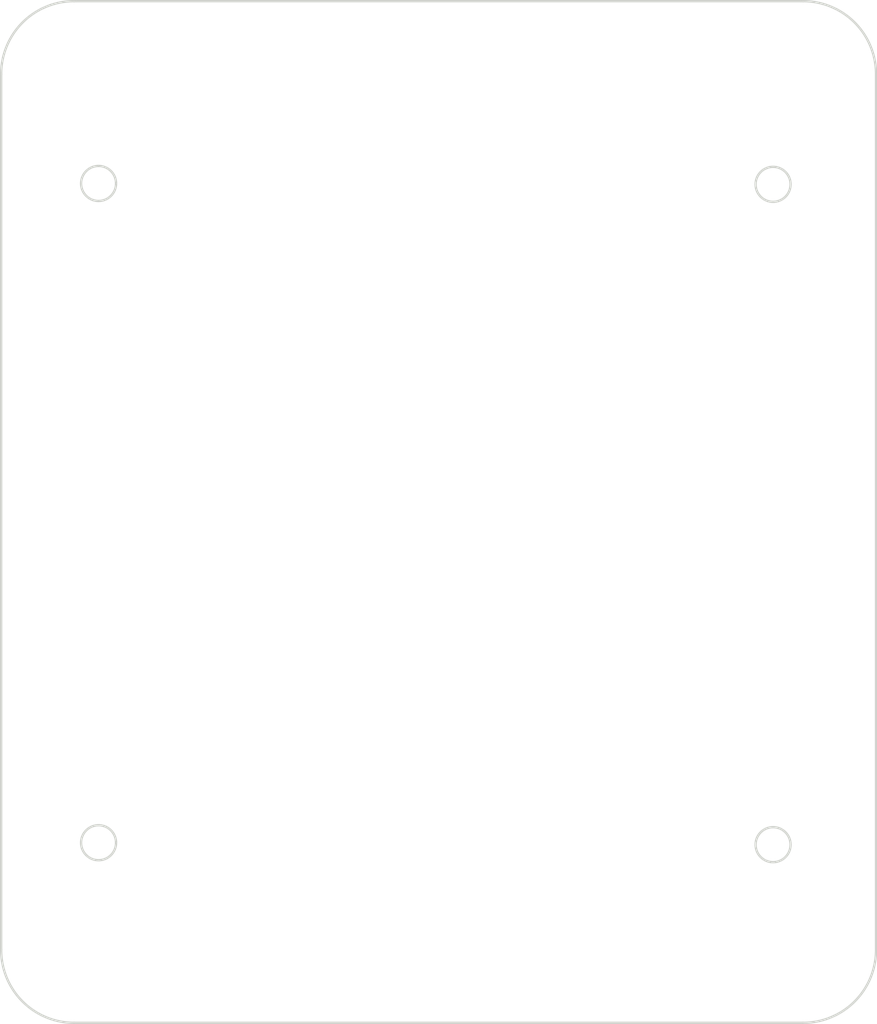
<source format=kicad_pcb>
(kicad_pcb (version 20211014) (generator pcbnew)

  (general
    (thickness 1.6)
  )

  (paper "A4")
  (layers
    (0 "F.Cu" signal)
    (31 "B.Cu" signal)
    (32 "B.Adhes" user "B.Adhesive")
    (33 "F.Adhes" user "F.Adhesive")
    (34 "B.Paste" user)
    (35 "F.Paste" user)
    (36 "B.SilkS" user "B.Silkscreen")
    (37 "F.SilkS" user "F.Silkscreen")
    (38 "B.Mask" user)
    (39 "F.Mask" user)
    (40 "Dwgs.User" user "User.Drawings")
    (41 "Cmts.User" user "User.Comments")
    (42 "Eco1.User" user "User.Eco1")
    (43 "Eco2.User" user "User.Eco2")
    (44 "Edge.Cuts" user)
    (45 "Margin" user)
    (46 "B.CrtYd" user "B.Courtyard")
    (47 "F.CrtYd" user "F.Courtyard")
    (48 "B.Fab" user)
    (49 "F.Fab" user)
    (50 "User.1" user)
    (51 "User.2" user)
    (52 "User.3" user)
    (53 "User.4" user)
    (54 "User.5" user)
    (55 "User.6" user)
    (56 "User.7" user)
    (57 "User.8" user)
    (58 "User.9" user)
  )

  (setup
    (pad_to_mask_clearance 0)
    (pcbplotparams
      (layerselection 0x00010fc_ffffffff)
      (disableapertmacros false)
      (usegerberextensions false)
      (usegerberattributes true)
      (usegerberadvancedattributes true)
      (creategerberjobfile true)
      (svguseinch false)
      (svgprecision 6)
      (excludeedgelayer true)
      (plotframeref false)
      (viasonmask false)
      (mode 1)
      (useauxorigin false)
      (hpglpennumber 1)
      (hpglpenspeed 20)
      (hpglpendiameter 15.000000)
      (dxfpolygonmode true)
      (dxfimperialunits true)
      (dxfusepcbnewfont true)
      (psnegative false)
      (psa4output false)
      (plotreference true)
      (plotvalue true)
      (plotinvisibletext false)
      (sketchpadsonfab false)
      (subtractmaskfromsilk false)
      (outputformat 1)
      (mirror false)
      (drillshape 1)
      (scaleselection 1)
      (outputdirectory "")
    )
  )

  (net 0 "")

  (gr_line (start 105 -134) (end 55 -134) (layer "Edge.Cuts") (width 0.16) (tstamp 01e9b6e7-adf9-4ee7-9447-a588630ee4a2))
  (gr_circle (center 102.94 -121.45) (end 101.74 -121.45) (layer "Edge.Cuts") (width 0.16) (fill none) (tstamp 0c3dceba-7c95-4b3d-b590-0eb581444beb))
  (gr_line (start 50 -129) (end 50 -69) (layer "Edge.Cuts") (width 0.16) (tstamp 16bd6381-8ac0-4bf2-9dce-ecc20c724b8d))
  (gr_line (start 110 -69) (end 110 -129) (layer "Edge.Cuts") (width 0.16) (tstamp 4f66b314-0f62-4fb6-8c3c-f9c6a75cd3ec))
  (gr_arc (start 105 -134) (mid 108.536 -132.536) (end 110 -129) (layer "Edge.Cuts") (width 0.16) (tstamp 730b670c-9bcf-4dcd-9a8d-fcaa61fb0955))
  (gr_arc (start 55 -64) (mid 51.464 -65.464) (end 50 -69) (layer "Edge.Cuts") (width 0.16) (tstamp 7d928d56-093a-4ca8-aed1-414b7e703b45))
  (gr_arc (start 50 -129) (mid 51.464 -132.536) (end 55 -134) (layer "Edge.Cuts") (width 0.16) (tstamp 8a650ebf-3f78-4ca4-a26b-a5028693e36d))
  (gr_circle (center 56.68 -76.339) (end 55.48 -76.339) (layer "Edge.Cuts") (width 0.16) (fill none) (tstamp 965308c8-e014-459a-b9db-b8493a601c62))
  (gr_line (start 55 -64) (end 105 -64) (layer "Edge.Cuts") (width 0.16) (tstamp a5cd8da1-8f7f-4f80-bb23-0317de562222))
  (gr_circle (center 56.68 -121.51) (end 55.48 -121.51) (layer "Edge.Cuts") (width 0.16) (fill none) (tstamp abe07c9a-17c3-43b5-b7a6-ae867ac27ea7))
  (gr_circle (center 102.94 -76.205) (end 101.74 -76.205) (layer "Edge.Cuts") (width 0.16) (fill none) (tstamp b1c649b1-f44d-46c7-9dea-818e75a1b87e))
  (gr_arc (start 110 -69) (mid 108.536 -65.464) (end 105 -64) (layer "Edge.Cuts") (width 0.16) (tstamp ca87f11b-5f48-4b57-8535-68d3ec2fe5a9))

)

</source>
